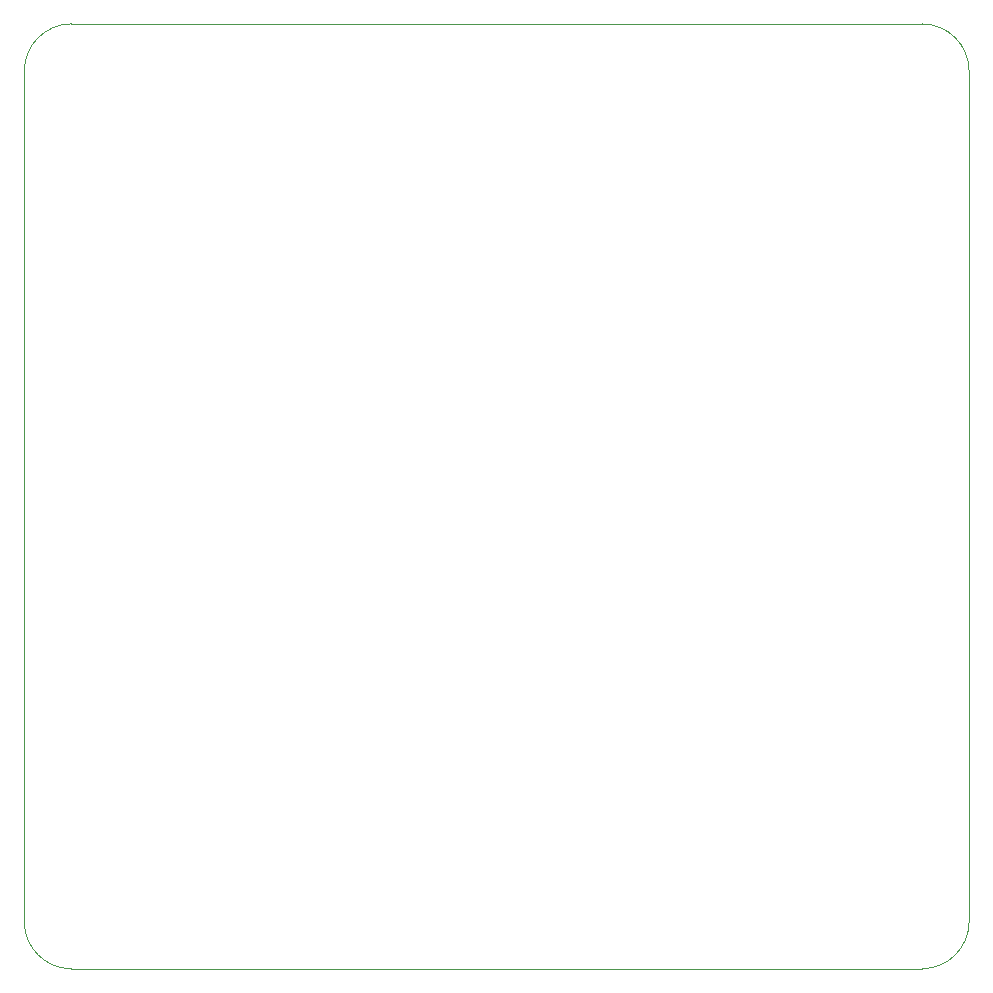
<source format=gbr>
%TF.GenerationSoftware,KiCad,Pcbnew,9.0.6-9.0.6~ubuntu24.04.1*%
%TF.CreationDate,2025-11-20T19:16:14+01:00*%
%TF.ProjectId,FOC_CONTROLLER_V2,464f435f-434f-44e5-9452-4f4c4c45525f,rev?*%
%TF.SameCoordinates,Original*%
%TF.FileFunction,Profile,NP*%
%FSLAX46Y46*%
G04 Gerber Fmt 4.6, Leading zero omitted, Abs format (unit mm)*
G04 Created by KiCad (PCBNEW 9.0.6-9.0.6~ubuntu24.04.1) date 2025-11-20 19:16:14*
%MOMM*%
%LPD*%
G01*
G04 APERTURE LIST*
%TA.AperFunction,Profile*%
%ADD10C,0.100000*%
%TD*%
%TA.AperFunction,Profile*%
%ADD11C,0.050000*%
%TD*%
G04 APERTURE END LIST*
D10*
X100000000Y-60000000D02*
G75*
G02*
X104000000Y-56000000I4000000J0D01*
G01*
D11*
X176000000Y-136000000D02*
X104000000Y-136000000D01*
D10*
X104000000Y-136000000D02*
G75*
G02*
X100000000Y-132000000I0J4000000D01*
G01*
X180000000Y-132000000D02*
G75*
G02*
X176000000Y-136000000I-4000000J0D01*
G01*
D11*
X100000000Y-132000000D02*
X100000000Y-60000000D01*
X180000000Y-60000000D02*
X180000000Y-132000000D01*
D10*
X176000000Y-56000000D02*
G75*
G02*
X180000000Y-60000000I0J-4000000D01*
G01*
D11*
X104000000Y-56000000D02*
X176000000Y-56000000D01*
M02*

</source>
